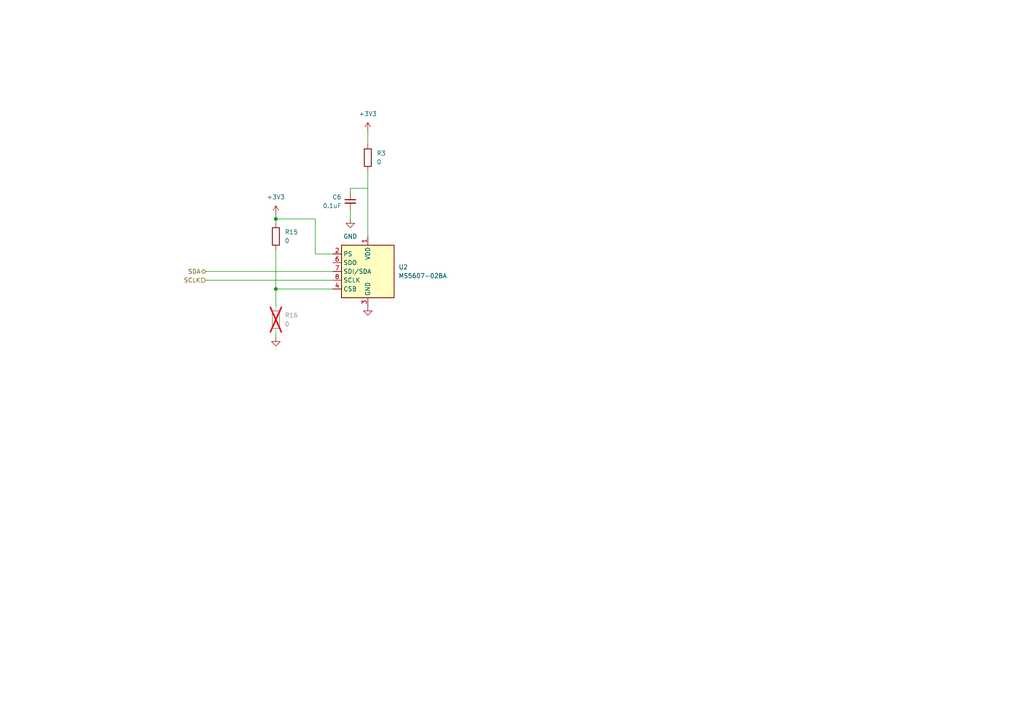
<source format=kicad_sch>
(kicad_sch (version 20231120) (generator "eeschema") (generator_version "8.0")
  (paper "A4")
  (lib_symbols
    (symbol "Device:C_Small" (pin_numbers hide) (pin_names (offset 0.254) hide)
      (property "Reference" "C" (at 0.254 1.778 0))
      (property "Value" "C_Small" (at 0.254 -2.032 0))
      (symbol "C_Small_0_1"
        (polyline (pts (xy -1.524 -0.508) (xy 1.524 -0.508)) (stroke (width 0.3302)))
        (polyline (pts (xy -1.524 0.508) (xy 1.524 0.508)) (stroke (width 0.3048)))
      )
      (symbol "C_Small_1_1"
        (pin passive line (at 0 2.54 270) (length 2.032) (name "~") (number "1"))
        (pin passive line (at 0 -2.54 90) (length 2.032) (name "~") (number "2"))
      )
    )
    (symbol "Device:R" (pin_numbers hide) (pin_names (offset 0))
      (property "Reference" "R" (at 2.032 0 90))
      (property "Value" "R" (at 0 0 90))
      (symbol "R_0_1"
        (rectangle (start -1.016 -2.54) (end 1.016 2.54) (stroke (width 0.254)))
      )
      (symbol "R_1_1"
        (pin passive line (at 0 3.81 270) (length 1.27) (name "~") (number "1"))
        (pin passive line (at 0 -3.81 90) (length 1.27) (name "~") (number "2"))
      )
    )
    (symbol "Sensor_Pressure:MS5607-02BA"
      (property "Reference" "U" (at -6.35 8.89 0))
      (property "Value" "MS5607-02BA" (at 7.62 8.89 0))
      (symbol "MS5607-02BA_0_1"
        (rectangle (start -7.62 7.62) (end 7.62 -7.62) (stroke (width 0.254)) (fill (type background)))
      )
      (symbol "MS5607-02BA_1_1"
        (pin power_in line (at 0 10.16 270) (length 2.54) (name "VDD") (number "1"))
        (pin input line (at -10.16 5.08 0) (length 2.54) (name "PS") (number "2"))
        (pin power_in line (at 0 -10.16 90) (length 2.54) (name "GND") (number "3"))
        (pin input line (at -10.16 -5.08 0) (length 2.54) (name "CSB") (number "4"))
        (pin input line (at -10.16 -5.08 0) (length 2.54) hide (name "CSB") (number "5"))
        (pin output line (at -10.16 2.54 0) (length 2.54) (name "SDO") (number "6"))
        (pin bidirectional line (at -10.16 0 0) (length 2.54) (name "SDI/SDA") (number "7"))
        (pin input line (at -10.16 -2.54 0) (length 2.54) (name "SCLK") (number "8"))
      )
    )
    (symbol "power:+3V3" (power) (pin_numbers hide) (pin_names (offset 0) hide)
      (property "Value" "+3V3" (at 0 3.556 0))
      (symbol "+3V3_0_1"
        (polyline (pts (xy -0.762 1.27) (xy 0 2.54)))
        (polyline (pts (xy 0 0) (xy 0 2.54)))
        (polyline (pts (xy 0 2.54) (xy 0.762 1.27)))
      )
      (symbol "+3V3_1_1"
        (pin power_in line (at 0 0 90) (length 0) (name "~") (number "1"))
      )
    )
    (symbol "power:GND" (power) (pin_numbers hide) (pin_names (offset 0) hide)
      (property "Value" "GND" (at 0 -3.81 0))
      (symbol "GND_0_1"
        (polyline (pts (xy 0 0) (xy 0 -1.27) (xy 1.27 -1.27) (xy 0 -2.54) (xy -1.27 -1.27) (xy 0 -1.27)))
      )
      (symbol "GND_1_1"
        (pin power_in line (at 0 0 270) (length 0) (name "~") (number "1"))
      )
    )
  )
  (junction (at 80.01 83.82))
  (junction (at 80.01 63.5))
  (wire (pts (xy 80.01 63.5) (xy 80.01 64.77)))
  (wire (pts (xy 80.01 96.52) (xy 80.01 97.79)))
  (wire (pts (xy 101.6 55.88) (xy 101.6 54.61)))
  (wire (pts (xy 106.68 38.1) (xy 106.68 41.91)))
  (wire (pts (xy 59.69 81.28) (xy 96.52 81.28)))
  (wire (pts (xy 91.44 63.5) (xy 80.01 63.5)))
  (wire (pts (xy 101.6 60.96) (xy 101.6 63.5)))
  (wire (pts (xy 80.01 62.23) (xy 80.01 63.5)))
  (wire (pts (xy 96.52 73.66) (xy 91.44 73.66)))
  (wire (pts (xy 91.44 73.66) (xy 91.44 63.5)))
  (wire (pts (xy 80.01 83.82) (xy 80.01 88.9)))
  (wire (pts (xy 106.68 49.53) (xy 106.68 68.58)))
  (wire (pts (xy 80.01 83.82) (xy 96.52 83.82)))
  (wire (pts (xy 80.01 72.39) (xy 80.01 83.82)))
  (wire (pts (xy 59.69 78.74) (xy 96.52 78.74)))
  (wire (pts (xy 101.6 54.61) (xy 106.68 54.61)))
  (hierarchical_label "SCLK" (shape input) (at 59.69 81.28 180))
  (hierarchical_label "SDA" (shape bidirectional) (at 59.69 78.74 180))
  (symbol (lib_id "power:GND") (at 106.68 88.9 0) (unit 1)
    (property "Reference" "#PWR09" (effects (hide yes)))
    (property "Value" "GND" (effects (hide yes)))
    (property "Description" "Power symbol creates a global label with name \"GND\" , ground" (effects (hide yes)))
  )
  (symbol (lib_id "power:GND") (at 80.01 97.79 0) (unit 1)
    (property "Reference" "#PWR046" (effects (hide yes)))
    (property "Value" "GND" (effects (hide yes)))
    (property "Description" "Power symbol creates a global label with name \"GND\" , ground" (effects (hide yes)))
  )
  (symbol (lib_id "Device:R") (at 106.68 45.72 0) (unit 1)
    (property "Reference" "R3" (at 109.22 44.4499 0) (effects (justify left)))
    (property "Value" "0" (at 109.22 46.9899 0) (effects (justify left)))
    (property "Description" "Resistor" (effects (hide yes)))
  )
  (symbol (lib_id "power:GND") (at 101.6 63.5 0) (unit 1)
    (property "Reference" "#PWR010" (effects (hide yes)))
    (property "Value" "GND" (at 101.6 68.58 0))
    (property "Description" "Power symbol creates a global label with name \"GND\" , ground" (effects (hide yes)))
  )
  (symbol (lib_id "power:+3V3") (at 80.01 62.23 0) (unit 1)
    (property "Reference" "#PWR017" (effects (hide yes)))
    (property "Value" "+3V3" (at 80.01 57.15 0))
    (property "Description" "Power symbol creates a global label with name \"+3V3\"" (effects (hide yes)))
  )
  (symbol (lib_id "power:+3V3") (at 106.68 38.1 0) (unit 1)
    (property "Reference" "#PWR014" (effects (hide yes)))
    (property "Value" "+3V3" (at 106.68 33.02 0))
    (property "Description" "Power symbol creates a global label with name \"+3V3\"" (effects (hide yes)))
  )
  (symbol (lib_id "Device:R") (at 80.01 92.71 0) (unit 1) (dnp yes)
    (property "Reference" "R16" (at 82.55 91.4399 0) (effects (justify left)))
    (property "Value" "0" (at 82.55 93.9799 0) (effects (justify left)))
    (property "Description" "Resistor" (effects (hide yes)))
  )
  (symbol (lib_id "Sensor_Pressure:MS5607-02BA") (at 106.68 78.74 0) (unit 1)
    (property "Reference" "U2" (at 115.57 77.4699 0) (effects (justify left)))
    (property "Value" "MS5607-02BA" (at 115.57 80.0099 0) (effects (justify left)))
    (property "Footprint" "Package_LGA:LGA-8_3x5mm_P1.25mm" (effects (hide yes)))
    (property "Datasheet" "https://www.te.com/commerce/DocumentDelivery/DDEController?Action=showdoc&DocId=Data+Sheet%7FMS5607-02BA03%7FB2%7Fpdf%7FEnglish%7FENG_DS_MS5607-02BA03_B2.pdf%7FCAT-BLPS0035" (effects (hide yes)))
    (property "Description" "Barometric pressure sensor, 20cm resolution, 10 to 1200 mbar, I2C and SPI interface up to 20MHz, LGA-8" (effects (hide yes)))
  )
  (symbol (lib_id "Device:C_Small") (at 101.6 58.42 0) (mirror y) (unit 1)
    (property "Reference" "C6" (at 99.06 57.1562 0) (effects (justify left)))
    (property "Value" "0.1uF" (at 99.06 59.6962 0) (effects (justify left)))
    (property "Description" "Unpolarized capacitor, small symbol" (effects (hide yes)))
  )
  (symbol (lib_id "Device:R") (at 80.01 68.58 0) (unit 1)
    (property "Reference" "R15" (at 82.55 67.3099 0) (effects (justify left)))
    (property "Value" "0" (at 82.55 69.8499 0) (effects (justify left)))
    (property "Description" "Resistor" (effects (hide yes)))
  )
)
</source>
